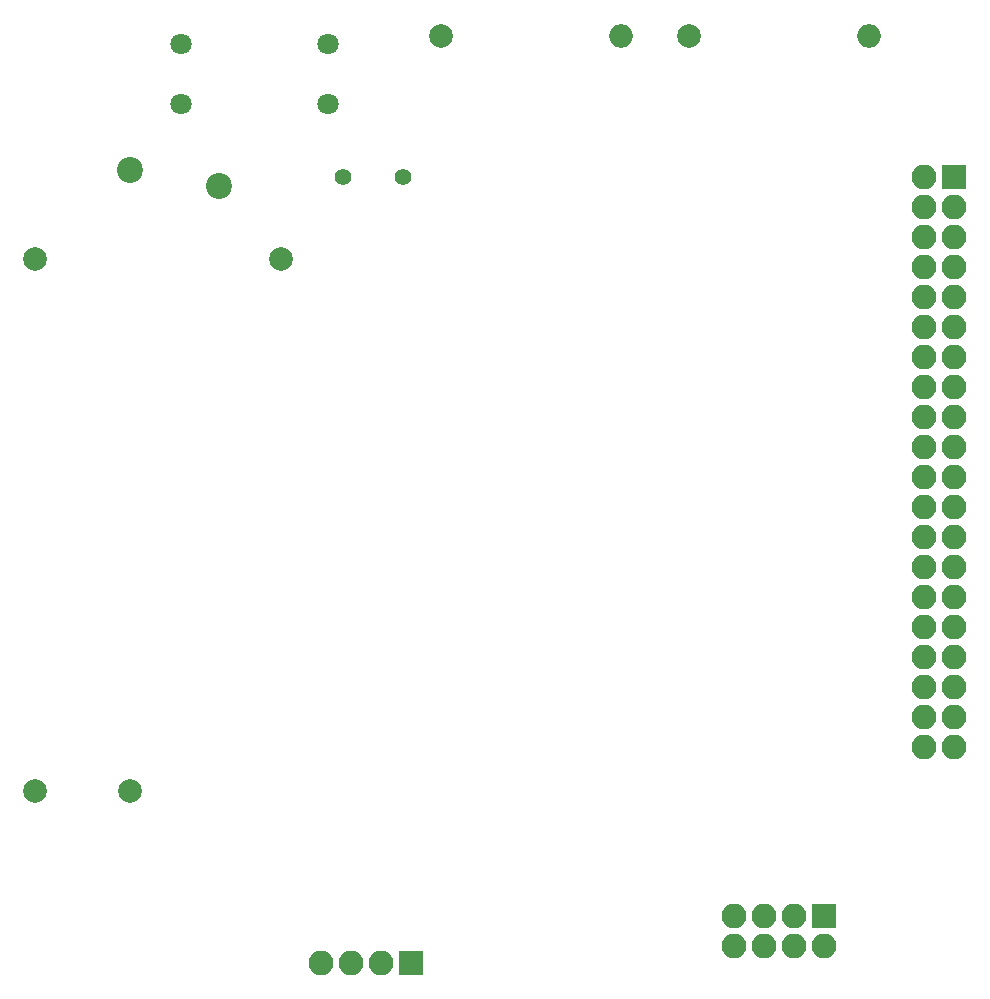
<source format=gbr>
G04 #@! TF.FileFunction,Soldermask,Bot*
%FSLAX46Y46*%
G04 Gerber Fmt 4.6, Leading zero omitted, Abs format (unit mm)*
G04 Created by KiCad (PCBNEW 4.0.7) date Wed May 16 13:21:29 2018*
%MOMM*%
%LPD*%
G01*
G04 APERTURE LIST*
%ADD10C,0.100000*%
%ADD11C,2.200000*%
%ADD12C,1.400000*%
%ADD13C,1.800000*%
%ADD14R,2.100000X2.100000*%
%ADD15O,2.100000X2.100000*%
%ADD16C,2.000000*%
%ADD17O,2.000000X2.000000*%
G04 APERTURE END LIST*
D10*
D11*
X115750000Y-89250000D03*
X108250000Y-87850000D03*
D12*
X131290000Y-88500000D03*
X126210000Y-88500000D03*
D13*
X125000000Y-82290000D03*
X125000000Y-77210000D03*
X112500000Y-82290000D03*
X112500000Y-77210000D03*
D14*
X132000000Y-155000000D03*
D15*
X129460000Y-155000000D03*
X126920000Y-155000000D03*
X124380000Y-155000000D03*
D16*
X155500000Y-76500000D03*
D17*
X170740000Y-76500000D03*
D16*
X134500000Y-76500000D03*
D17*
X149740000Y-76500000D03*
D14*
X167000000Y-151000000D03*
D15*
X167000000Y-153540000D03*
X164460000Y-151000000D03*
X164460000Y-153540000D03*
X161920000Y-151000000D03*
X161920000Y-153540000D03*
X159380000Y-151000000D03*
X159380000Y-153540000D03*
D14*
X178000000Y-88500000D03*
D15*
X175460000Y-88500000D03*
X178000000Y-91040000D03*
X175460000Y-91040000D03*
X178000000Y-93580000D03*
X175460000Y-93580000D03*
X178000000Y-96120000D03*
X175460000Y-96120000D03*
X178000000Y-98660000D03*
X175460000Y-98660000D03*
X178000000Y-101200000D03*
X175460000Y-101200000D03*
X178000000Y-103740000D03*
X175460000Y-103740000D03*
X178000000Y-106280000D03*
X175460000Y-106280000D03*
X178000000Y-108820000D03*
X175460000Y-108820000D03*
X178000000Y-111360000D03*
X175460000Y-111360000D03*
X178000000Y-113900000D03*
X175460000Y-113900000D03*
X178000000Y-116440000D03*
X175460000Y-116440000D03*
X178000000Y-118980000D03*
X175460000Y-118980000D03*
X178000000Y-121520000D03*
X175460000Y-121520000D03*
X178000000Y-124060000D03*
X175460000Y-124060000D03*
X178000000Y-126600000D03*
X175460000Y-126600000D03*
X178000000Y-129140000D03*
X175460000Y-129140000D03*
X178000000Y-131680000D03*
X175460000Y-131680000D03*
X178000000Y-134220000D03*
X175460000Y-134220000D03*
X178000000Y-136760000D03*
X175460000Y-136760000D03*
D16*
X108200000Y-140450000D03*
X100200000Y-140450000D03*
X121000000Y-95450000D03*
X100200000Y-95450000D03*
M02*

</source>
